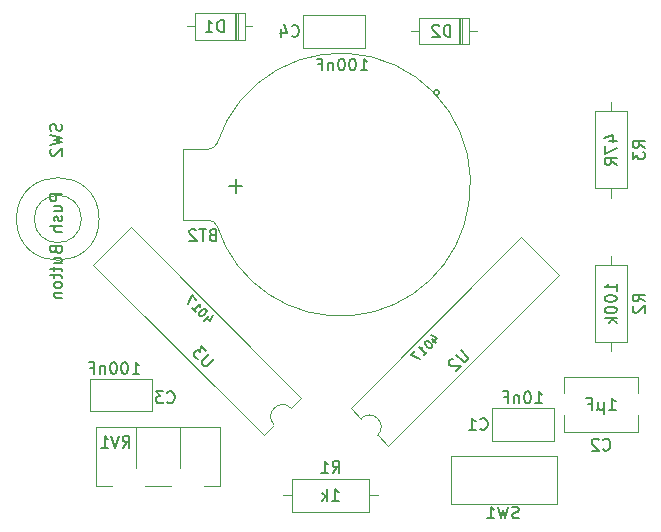
<source format=gbr>
%TF.GenerationSoftware,KiCad,Pcbnew,8.0.6*%
%TF.CreationDate,2024-11-17T17:26:00+01:00*%
%TF.ProjectId,Heart_NE555_THT,48656172-745f-44e4-9535-35355f544854,rev?*%
%TF.SameCoordinates,Original*%
%TF.FileFunction,Legend,Bot*%
%TF.FilePolarity,Positive*%
%FSLAX46Y46*%
G04 Gerber Fmt 4.6, Leading zero omitted, Abs format (unit mm)*
G04 Created by KiCad (PCBNEW 8.0.6) date 2024-11-17 17:26:00*
%MOMM*%
%LPD*%
G01*
G04 APERTURE LIST*
%ADD10C,0.200000*%
%ADD11C,0.150000*%
%ADD12C,0.120000*%
G04 APERTURE END LIST*
D10*
X134188607Y-70400000D02*
G75*
G02*
X133741393Y-70400000I-223607J0D01*
G01*
X133741393Y-70400000D02*
G75*
G02*
X134188607Y-70400000I223607J0D01*
G01*
D11*
X121691666Y-65584580D02*
X121739285Y-65632200D01*
X121739285Y-65632200D02*
X121882142Y-65679819D01*
X121882142Y-65679819D02*
X121977380Y-65679819D01*
X121977380Y-65679819D02*
X122120237Y-65632200D01*
X122120237Y-65632200D02*
X122215475Y-65536961D01*
X122215475Y-65536961D02*
X122263094Y-65441723D01*
X122263094Y-65441723D02*
X122310713Y-65251247D01*
X122310713Y-65251247D02*
X122310713Y-65108390D01*
X122310713Y-65108390D02*
X122263094Y-64917914D01*
X122263094Y-64917914D02*
X122215475Y-64822676D01*
X122215475Y-64822676D02*
X122120237Y-64727438D01*
X122120237Y-64727438D02*
X121977380Y-64679819D01*
X121977380Y-64679819D02*
X121882142Y-64679819D01*
X121882142Y-64679819D02*
X121739285Y-64727438D01*
X121739285Y-64727438D02*
X121691666Y-64775057D01*
X120834523Y-65013152D02*
X120834523Y-65679819D01*
X121072618Y-64632200D02*
X121310713Y-65346485D01*
X121310713Y-65346485D02*
X120691666Y-65346485D01*
X127531619Y-68526819D02*
X128103047Y-68526819D01*
X127817333Y-68526819D02*
X127817333Y-67526819D01*
X127817333Y-67526819D02*
X127912571Y-67669676D01*
X127912571Y-67669676D02*
X128007809Y-67764914D01*
X128007809Y-67764914D02*
X128103047Y-67812533D01*
X126912571Y-67526819D02*
X126817333Y-67526819D01*
X126817333Y-67526819D02*
X126722095Y-67574438D01*
X126722095Y-67574438D02*
X126674476Y-67622057D01*
X126674476Y-67622057D02*
X126626857Y-67717295D01*
X126626857Y-67717295D02*
X126579238Y-67907771D01*
X126579238Y-67907771D02*
X126579238Y-68145866D01*
X126579238Y-68145866D02*
X126626857Y-68336342D01*
X126626857Y-68336342D02*
X126674476Y-68431580D01*
X126674476Y-68431580D02*
X126722095Y-68479200D01*
X126722095Y-68479200D02*
X126817333Y-68526819D01*
X126817333Y-68526819D02*
X126912571Y-68526819D01*
X126912571Y-68526819D02*
X127007809Y-68479200D01*
X127007809Y-68479200D02*
X127055428Y-68431580D01*
X127055428Y-68431580D02*
X127103047Y-68336342D01*
X127103047Y-68336342D02*
X127150666Y-68145866D01*
X127150666Y-68145866D02*
X127150666Y-67907771D01*
X127150666Y-67907771D02*
X127103047Y-67717295D01*
X127103047Y-67717295D02*
X127055428Y-67622057D01*
X127055428Y-67622057D02*
X127007809Y-67574438D01*
X127007809Y-67574438D02*
X126912571Y-67526819D01*
X125960190Y-67526819D02*
X125864952Y-67526819D01*
X125864952Y-67526819D02*
X125769714Y-67574438D01*
X125769714Y-67574438D02*
X125722095Y-67622057D01*
X125722095Y-67622057D02*
X125674476Y-67717295D01*
X125674476Y-67717295D02*
X125626857Y-67907771D01*
X125626857Y-67907771D02*
X125626857Y-68145866D01*
X125626857Y-68145866D02*
X125674476Y-68336342D01*
X125674476Y-68336342D02*
X125722095Y-68431580D01*
X125722095Y-68431580D02*
X125769714Y-68479200D01*
X125769714Y-68479200D02*
X125864952Y-68526819D01*
X125864952Y-68526819D02*
X125960190Y-68526819D01*
X125960190Y-68526819D02*
X126055428Y-68479200D01*
X126055428Y-68479200D02*
X126103047Y-68431580D01*
X126103047Y-68431580D02*
X126150666Y-68336342D01*
X126150666Y-68336342D02*
X126198285Y-68145866D01*
X126198285Y-68145866D02*
X126198285Y-67907771D01*
X126198285Y-67907771D02*
X126150666Y-67717295D01*
X126150666Y-67717295D02*
X126103047Y-67622057D01*
X126103047Y-67622057D02*
X126055428Y-67574438D01*
X126055428Y-67574438D02*
X125960190Y-67526819D01*
X125198285Y-67860152D02*
X125198285Y-68526819D01*
X125198285Y-67955390D02*
X125150666Y-67907771D01*
X125150666Y-67907771D02*
X125055428Y-67860152D01*
X125055428Y-67860152D02*
X124912571Y-67860152D01*
X124912571Y-67860152D02*
X124817333Y-67907771D01*
X124817333Y-67907771D02*
X124769714Y-68003009D01*
X124769714Y-68003009D02*
X124769714Y-68526819D01*
X123960190Y-68003009D02*
X124293523Y-68003009D01*
X124293523Y-68526819D02*
X124293523Y-67526819D01*
X124293523Y-67526819D02*
X123817333Y-67526819D01*
X151574819Y-88083333D02*
X151098628Y-87750000D01*
X151574819Y-87511905D02*
X150574819Y-87511905D01*
X150574819Y-87511905D02*
X150574819Y-87892857D01*
X150574819Y-87892857D02*
X150622438Y-87988095D01*
X150622438Y-87988095D02*
X150670057Y-88035714D01*
X150670057Y-88035714D02*
X150765295Y-88083333D01*
X150765295Y-88083333D02*
X150908152Y-88083333D01*
X150908152Y-88083333D02*
X151003390Y-88035714D01*
X151003390Y-88035714D02*
X151051009Y-87988095D01*
X151051009Y-87988095D02*
X151098628Y-87892857D01*
X151098628Y-87892857D02*
X151098628Y-87511905D01*
X150670057Y-88464286D02*
X150622438Y-88511905D01*
X150622438Y-88511905D02*
X150574819Y-88607143D01*
X150574819Y-88607143D02*
X150574819Y-88845238D01*
X150574819Y-88845238D02*
X150622438Y-88940476D01*
X150622438Y-88940476D02*
X150670057Y-88988095D01*
X150670057Y-88988095D02*
X150765295Y-89035714D01*
X150765295Y-89035714D02*
X150860533Y-89035714D01*
X150860533Y-89035714D02*
X151003390Y-88988095D01*
X151003390Y-88988095D02*
X151574819Y-88416667D01*
X151574819Y-88416667D02*
X151574819Y-89035714D01*
X149204819Y-87178571D02*
X149204819Y-86607143D01*
X149204819Y-86892857D02*
X148204819Y-86892857D01*
X148204819Y-86892857D02*
X148347676Y-86797619D01*
X148347676Y-86797619D02*
X148442914Y-86702381D01*
X148442914Y-86702381D02*
X148490533Y-86607143D01*
X148204819Y-87797619D02*
X148204819Y-87892857D01*
X148204819Y-87892857D02*
X148252438Y-87988095D01*
X148252438Y-87988095D02*
X148300057Y-88035714D01*
X148300057Y-88035714D02*
X148395295Y-88083333D01*
X148395295Y-88083333D02*
X148585771Y-88130952D01*
X148585771Y-88130952D02*
X148823866Y-88130952D01*
X148823866Y-88130952D02*
X149014342Y-88083333D01*
X149014342Y-88083333D02*
X149109580Y-88035714D01*
X149109580Y-88035714D02*
X149157200Y-87988095D01*
X149157200Y-87988095D02*
X149204819Y-87892857D01*
X149204819Y-87892857D02*
X149204819Y-87797619D01*
X149204819Y-87797619D02*
X149157200Y-87702381D01*
X149157200Y-87702381D02*
X149109580Y-87654762D01*
X149109580Y-87654762D02*
X149014342Y-87607143D01*
X149014342Y-87607143D02*
X148823866Y-87559524D01*
X148823866Y-87559524D02*
X148585771Y-87559524D01*
X148585771Y-87559524D02*
X148395295Y-87607143D01*
X148395295Y-87607143D02*
X148300057Y-87654762D01*
X148300057Y-87654762D02*
X148252438Y-87702381D01*
X148252438Y-87702381D02*
X148204819Y-87797619D01*
X148204819Y-88750000D02*
X148204819Y-88845238D01*
X148204819Y-88845238D02*
X148252438Y-88940476D01*
X148252438Y-88940476D02*
X148300057Y-88988095D01*
X148300057Y-88988095D02*
X148395295Y-89035714D01*
X148395295Y-89035714D02*
X148585771Y-89083333D01*
X148585771Y-89083333D02*
X148823866Y-89083333D01*
X148823866Y-89083333D02*
X149014342Y-89035714D01*
X149014342Y-89035714D02*
X149109580Y-88988095D01*
X149109580Y-88988095D02*
X149157200Y-88940476D01*
X149157200Y-88940476D02*
X149204819Y-88845238D01*
X149204819Y-88845238D02*
X149204819Y-88750000D01*
X149204819Y-88750000D02*
X149157200Y-88654762D01*
X149157200Y-88654762D02*
X149109580Y-88607143D01*
X149109580Y-88607143D02*
X149014342Y-88559524D01*
X149014342Y-88559524D02*
X148823866Y-88511905D01*
X148823866Y-88511905D02*
X148585771Y-88511905D01*
X148585771Y-88511905D02*
X148395295Y-88559524D01*
X148395295Y-88559524D02*
X148300057Y-88607143D01*
X148300057Y-88607143D02*
X148252438Y-88654762D01*
X148252438Y-88654762D02*
X148204819Y-88750000D01*
X149204819Y-89511905D02*
X148204819Y-89511905D01*
X148823866Y-89607143D02*
X149204819Y-89892857D01*
X148538152Y-89892857D02*
X148919104Y-89511905D01*
X151574819Y-75083333D02*
X151098628Y-74750000D01*
X151574819Y-74511905D02*
X150574819Y-74511905D01*
X150574819Y-74511905D02*
X150574819Y-74892857D01*
X150574819Y-74892857D02*
X150622438Y-74988095D01*
X150622438Y-74988095D02*
X150670057Y-75035714D01*
X150670057Y-75035714D02*
X150765295Y-75083333D01*
X150765295Y-75083333D02*
X150908152Y-75083333D01*
X150908152Y-75083333D02*
X151003390Y-75035714D01*
X151003390Y-75035714D02*
X151051009Y-74988095D01*
X151051009Y-74988095D02*
X151098628Y-74892857D01*
X151098628Y-74892857D02*
X151098628Y-74511905D01*
X150574819Y-75416667D02*
X150574819Y-76035714D01*
X150574819Y-76035714D02*
X150955771Y-75702381D01*
X150955771Y-75702381D02*
X150955771Y-75845238D01*
X150955771Y-75845238D02*
X151003390Y-75940476D01*
X151003390Y-75940476D02*
X151051009Y-75988095D01*
X151051009Y-75988095D02*
X151146247Y-76035714D01*
X151146247Y-76035714D02*
X151384342Y-76035714D01*
X151384342Y-76035714D02*
X151479580Y-75988095D01*
X151479580Y-75988095D02*
X151527200Y-75940476D01*
X151527200Y-75940476D02*
X151574819Y-75845238D01*
X151574819Y-75845238D02*
X151574819Y-75559524D01*
X151574819Y-75559524D02*
X151527200Y-75464286D01*
X151527200Y-75464286D02*
X151479580Y-75416667D01*
X148538152Y-74464285D02*
X149204819Y-74464285D01*
X148157200Y-74226190D02*
X148871485Y-73988095D01*
X148871485Y-73988095D02*
X148871485Y-74607142D01*
X148204819Y-74892857D02*
X148204819Y-75559523D01*
X148204819Y-75559523D02*
X149204819Y-75130952D01*
X149204819Y-76511904D02*
X148728628Y-76178571D01*
X149204819Y-75940476D02*
X148204819Y-75940476D01*
X148204819Y-75940476D02*
X148204819Y-76321428D01*
X148204819Y-76321428D02*
X148252438Y-76416666D01*
X148252438Y-76416666D02*
X148300057Y-76464285D01*
X148300057Y-76464285D02*
X148395295Y-76511904D01*
X148395295Y-76511904D02*
X148538152Y-76511904D01*
X148538152Y-76511904D02*
X148633390Y-76464285D01*
X148633390Y-76464285D02*
X148681009Y-76416666D01*
X148681009Y-76416666D02*
X148728628Y-76321428D01*
X148728628Y-76321428D02*
X148728628Y-75940476D01*
X102207200Y-73066667D02*
X102254819Y-73209524D01*
X102254819Y-73209524D02*
X102254819Y-73447619D01*
X102254819Y-73447619D02*
X102207200Y-73542857D01*
X102207200Y-73542857D02*
X102159580Y-73590476D01*
X102159580Y-73590476D02*
X102064342Y-73638095D01*
X102064342Y-73638095D02*
X101969104Y-73638095D01*
X101969104Y-73638095D02*
X101873866Y-73590476D01*
X101873866Y-73590476D02*
X101826247Y-73542857D01*
X101826247Y-73542857D02*
X101778628Y-73447619D01*
X101778628Y-73447619D02*
X101731009Y-73257143D01*
X101731009Y-73257143D02*
X101683390Y-73161905D01*
X101683390Y-73161905D02*
X101635771Y-73114286D01*
X101635771Y-73114286D02*
X101540533Y-73066667D01*
X101540533Y-73066667D02*
X101445295Y-73066667D01*
X101445295Y-73066667D02*
X101350057Y-73114286D01*
X101350057Y-73114286D02*
X101302438Y-73161905D01*
X101302438Y-73161905D02*
X101254819Y-73257143D01*
X101254819Y-73257143D02*
X101254819Y-73495238D01*
X101254819Y-73495238D02*
X101302438Y-73638095D01*
X101254819Y-73971429D02*
X102254819Y-74209524D01*
X102254819Y-74209524D02*
X101540533Y-74400000D01*
X101540533Y-74400000D02*
X102254819Y-74590476D01*
X102254819Y-74590476D02*
X101254819Y-74828572D01*
X101350057Y-75161905D02*
X101302438Y-75209524D01*
X101302438Y-75209524D02*
X101254819Y-75304762D01*
X101254819Y-75304762D02*
X101254819Y-75542857D01*
X101254819Y-75542857D02*
X101302438Y-75638095D01*
X101302438Y-75638095D02*
X101350057Y-75685714D01*
X101350057Y-75685714D02*
X101445295Y-75733333D01*
X101445295Y-75733333D02*
X101540533Y-75733333D01*
X101540533Y-75733333D02*
X101683390Y-75685714D01*
X101683390Y-75685714D02*
X102254819Y-75114286D01*
X102254819Y-75114286D02*
X102254819Y-75733333D01*
X102254819Y-79019047D02*
X101254819Y-79019047D01*
X101254819Y-79019047D02*
X101254819Y-79399999D01*
X101254819Y-79399999D02*
X101302438Y-79495237D01*
X101302438Y-79495237D02*
X101350057Y-79542856D01*
X101350057Y-79542856D02*
X101445295Y-79590475D01*
X101445295Y-79590475D02*
X101588152Y-79590475D01*
X101588152Y-79590475D02*
X101683390Y-79542856D01*
X101683390Y-79542856D02*
X101731009Y-79495237D01*
X101731009Y-79495237D02*
X101778628Y-79399999D01*
X101778628Y-79399999D02*
X101778628Y-79019047D01*
X101588152Y-80447618D02*
X102254819Y-80447618D01*
X101588152Y-80019047D02*
X102111961Y-80019047D01*
X102111961Y-80019047D02*
X102207200Y-80066666D01*
X102207200Y-80066666D02*
X102254819Y-80161904D01*
X102254819Y-80161904D02*
X102254819Y-80304761D01*
X102254819Y-80304761D02*
X102207200Y-80399999D01*
X102207200Y-80399999D02*
X102159580Y-80447618D01*
X102207200Y-80876190D02*
X102254819Y-80971428D01*
X102254819Y-80971428D02*
X102254819Y-81161904D01*
X102254819Y-81161904D02*
X102207200Y-81257142D01*
X102207200Y-81257142D02*
X102111961Y-81304761D01*
X102111961Y-81304761D02*
X102064342Y-81304761D01*
X102064342Y-81304761D02*
X101969104Y-81257142D01*
X101969104Y-81257142D02*
X101921485Y-81161904D01*
X101921485Y-81161904D02*
X101921485Y-81019047D01*
X101921485Y-81019047D02*
X101873866Y-80923809D01*
X101873866Y-80923809D02*
X101778628Y-80876190D01*
X101778628Y-80876190D02*
X101731009Y-80876190D01*
X101731009Y-80876190D02*
X101635771Y-80923809D01*
X101635771Y-80923809D02*
X101588152Y-81019047D01*
X101588152Y-81019047D02*
X101588152Y-81161904D01*
X101588152Y-81161904D02*
X101635771Y-81257142D01*
X102254819Y-81733333D02*
X101254819Y-81733333D01*
X102254819Y-82161904D02*
X101731009Y-82161904D01*
X101731009Y-82161904D02*
X101635771Y-82114285D01*
X101635771Y-82114285D02*
X101588152Y-82019047D01*
X101588152Y-82019047D02*
X101588152Y-81876190D01*
X101588152Y-81876190D02*
X101635771Y-81780952D01*
X101635771Y-81780952D02*
X101683390Y-81733333D01*
X101731009Y-83733333D02*
X101778628Y-83876190D01*
X101778628Y-83876190D02*
X101826247Y-83923809D01*
X101826247Y-83923809D02*
X101921485Y-83971428D01*
X101921485Y-83971428D02*
X102064342Y-83971428D01*
X102064342Y-83971428D02*
X102159580Y-83923809D01*
X102159580Y-83923809D02*
X102207200Y-83876190D01*
X102207200Y-83876190D02*
X102254819Y-83780952D01*
X102254819Y-83780952D02*
X102254819Y-83400000D01*
X102254819Y-83400000D02*
X101254819Y-83400000D01*
X101254819Y-83400000D02*
X101254819Y-83733333D01*
X101254819Y-83733333D02*
X101302438Y-83828571D01*
X101302438Y-83828571D02*
X101350057Y-83876190D01*
X101350057Y-83876190D02*
X101445295Y-83923809D01*
X101445295Y-83923809D02*
X101540533Y-83923809D01*
X101540533Y-83923809D02*
X101635771Y-83876190D01*
X101635771Y-83876190D02*
X101683390Y-83828571D01*
X101683390Y-83828571D02*
X101731009Y-83733333D01*
X101731009Y-83733333D02*
X101731009Y-83400000D01*
X101588152Y-84828571D02*
X102254819Y-84828571D01*
X101588152Y-84400000D02*
X102111961Y-84400000D01*
X102111961Y-84400000D02*
X102207200Y-84447619D01*
X102207200Y-84447619D02*
X102254819Y-84542857D01*
X102254819Y-84542857D02*
X102254819Y-84685714D01*
X102254819Y-84685714D02*
X102207200Y-84780952D01*
X102207200Y-84780952D02*
X102159580Y-84828571D01*
X101588152Y-85161905D02*
X101588152Y-85542857D01*
X101254819Y-85304762D02*
X102111961Y-85304762D01*
X102111961Y-85304762D02*
X102207200Y-85352381D01*
X102207200Y-85352381D02*
X102254819Y-85447619D01*
X102254819Y-85447619D02*
X102254819Y-85542857D01*
X101588152Y-85733334D02*
X101588152Y-86114286D01*
X101254819Y-85876191D02*
X102111961Y-85876191D01*
X102111961Y-85876191D02*
X102207200Y-85923810D01*
X102207200Y-85923810D02*
X102254819Y-86019048D01*
X102254819Y-86019048D02*
X102254819Y-86114286D01*
X102254819Y-86590477D02*
X102207200Y-86495239D01*
X102207200Y-86495239D02*
X102159580Y-86447620D01*
X102159580Y-86447620D02*
X102064342Y-86400001D01*
X102064342Y-86400001D02*
X101778628Y-86400001D01*
X101778628Y-86400001D02*
X101683390Y-86447620D01*
X101683390Y-86447620D02*
X101635771Y-86495239D01*
X101635771Y-86495239D02*
X101588152Y-86590477D01*
X101588152Y-86590477D02*
X101588152Y-86733334D01*
X101588152Y-86733334D02*
X101635771Y-86828572D01*
X101635771Y-86828572D02*
X101683390Y-86876191D01*
X101683390Y-86876191D02*
X101778628Y-86923810D01*
X101778628Y-86923810D02*
X102064342Y-86923810D01*
X102064342Y-86923810D02*
X102159580Y-86876191D01*
X102159580Y-86876191D02*
X102207200Y-86828572D01*
X102207200Y-86828572D02*
X102254819Y-86733334D01*
X102254819Y-86733334D02*
X102254819Y-86590477D01*
X101588152Y-87352382D02*
X102254819Y-87352382D01*
X101683390Y-87352382D02*
X101635771Y-87400001D01*
X101635771Y-87400001D02*
X101588152Y-87495239D01*
X101588152Y-87495239D02*
X101588152Y-87638096D01*
X101588152Y-87638096D02*
X101635771Y-87733334D01*
X101635771Y-87733334D02*
X101731009Y-87780953D01*
X101731009Y-87780953D02*
X102254819Y-87780953D01*
X136003246Y-92175750D02*
X136575666Y-92748170D01*
X136575666Y-92748170D02*
X136609338Y-92849185D01*
X136609338Y-92849185D02*
X136609338Y-92916529D01*
X136609338Y-92916529D02*
X136575666Y-93017544D01*
X136575666Y-93017544D02*
X136440979Y-93152231D01*
X136440979Y-93152231D02*
X136339964Y-93185903D01*
X136339964Y-93185903D02*
X136272620Y-93185903D01*
X136272620Y-93185903D02*
X136171605Y-93152231D01*
X136171605Y-93152231D02*
X135599185Y-92579811D01*
X135363483Y-92950201D02*
X135296140Y-92950201D01*
X135296140Y-92950201D02*
X135195124Y-92983872D01*
X135195124Y-92983872D02*
X135026766Y-93152231D01*
X135026766Y-93152231D02*
X134993094Y-93253246D01*
X134993094Y-93253246D02*
X134993094Y-93320590D01*
X134993094Y-93320590D02*
X135026766Y-93421605D01*
X135026766Y-93421605D02*
X135094109Y-93488949D01*
X135094109Y-93488949D02*
X135228796Y-93556292D01*
X135228796Y-93556292D02*
X136036918Y-93556292D01*
X136036918Y-93556292D02*
X135599185Y-93994025D01*
X133592871Y-91229672D02*
X133946424Y-91583225D01*
X133517110Y-90901372D02*
X134022186Y-91153910D01*
X134022186Y-91153910D02*
X133693886Y-91482210D01*
X133037287Y-91431703D02*
X132986779Y-91482210D01*
X132986779Y-91482210D02*
X132961525Y-91557972D01*
X132961525Y-91557972D02*
X132961525Y-91608479D01*
X132961525Y-91608479D02*
X132986779Y-91684241D01*
X132986779Y-91684241D02*
X133062541Y-91810510D01*
X133062541Y-91810510D02*
X133188810Y-91936779D01*
X133188810Y-91936779D02*
X133315079Y-92012540D01*
X133315079Y-92012540D02*
X133390840Y-92037794D01*
X133390840Y-92037794D02*
X133441348Y-92037794D01*
X133441348Y-92037794D02*
X133517109Y-92012540D01*
X133517109Y-92012540D02*
X133567617Y-91962033D01*
X133567617Y-91962033D02*
X133592871Y-91886271D01*
X133592871Y-91886271D02*
X133592871Y-91835764D01*
X133592871Y-91835764D02*
X133567617Y-91760002D01*
X133567617Y-91760002D02*
X133491856Y-91633733D01*
X133491856Y-91633733D02*
X133365587Y-91507464D01*
X133365587Y-91507464D02*
X133239317Y-91431703D01*
X133239317Y-91431703D02*
X133163556Y-91406449D01*
X133163556Y-91406449D02*
X133113048Y-91406449D01*
X133113048Y-91406449D02*
X133037287Y-91431703D01*
X132885764Y-92643886D02*
X133188810Y-92340840D01*
X133037287Y-92492363D02*
X132506957Y-91962033D01*
X132506957Y-91962033D02*
X132633226Y-91987287D01*
X132633226Y-91987287D02*
X132734241Y-91987287D01*
X132734241Y-91987287D02*
X132810002Y-91962033D01*
X132178657Y-92290333D02*
X131825103Y-92643886D01*
X131825103Y-92643886D02*
X132582718Y-92946932D01*
X115124249Y-92953246D02*
X114551829Y-93525666D01*
X114551829Y-93525666D02*
X114450814Y-93559338D01*
X114450814Y-93559338D02*
X114383470Y-93559338D01*
X114383470Y-93559338D02*
X114282455Y-93525666D01*
X114282455Y-93525666D02*
X114147768Y-93390979D01*
X114147768Y-93390979D02*
X114114096Y-93289964D01*
X114114096Y-93289964D02*
X114114096Y-93222620D01*
X114114096Y-93222620D02*
X114147768Y-93121605D01*
X114147768Y-93121605D02*
X114720188Y-92549185D01*
X114450814Y-92279811D02*
X114013081Y-91842079D01*
X114013081Y-91842079D02*
X113979409Y-92347155D01*
X113979409Y-92347155D02*
X113878394Y-92246140D01*
X113878394Y-92246140D02*
X113777379Y-92212468D01*
X113777379Y-92212468D02*
X113710035Y-92212468D01*
X113710035Y-92212468D02*
X113609020Y-92246140D01*
X113609020Y-92246140D02*
X113440661Y-92414498D01*
X113440661Y-92414498D02*
X113406989Y-92515514D01*
X113406989Y-92515514D02*
X113406989Y-92582857D01*
X113406989Y-92582857D02*
X113440661Y-92683872D01*
X113440661Y-92683872D02*
X113642692Y-92885903D01*
X113642692Y-92885903D02*
X113743707Y-92919575D01*
X113743707Y-92919575D02*
X113811050Y-92919575D01*
X114670327Y-89342871D02*
X114316774Y-89696424D01*
X114998627Y-89267110D02*
X114746089Y-89772186D01*
X114746089Y-89772186D02*
X114417789Y-89443886D01*
X114468296Y-88787287D02*
X114417789Y-88736779D01*
X114417789Y-88736779D02*
X114342027Y-88711525D01*
X114342027Y-88711525D02*
X114291520Y-88711525D01*
X114291520Y-88711525D02*
X114215758Y-88736779D01*
X114215758Y-88736779D02*
X114089489Y-88812541D01*
X114089489Y-88812541D02*
X113963220Y-88938810D01*
X113963220Y-88938810D02*
X113887459Y-89065079D01*
X113887459Y-89065079D02*
X113862205Y-89140840D01*
X113862205Y-89140840D02*
X113862205Y-89191348D01*
X113862205Y-89191348D02*
X113887459Y-89267109D01*
X113887459Y-89267109D02*
X113937966Y-89317617D01*
X113937966Y-89317617D02*
X114013728Y-89342871D01*
X114013728Y-89342871D02*
X114064235Y-89342871D01*
X114064235Y-89342871D02*
X114139997Y-89317617D01*
X114139997Y-89317617D02*
X114266266Y-89241856D01*
X114266266Y-89241856D02*
X114392535Y-89115587D01*
X114392535Y-89115587D02*
X114468296Y-88989317D01*
X114468296Y-88989317D02*
X114493550Y-88913556D01*
X114493550Y-88913556D02*
X114493550Y-88863048D01*
X114493550Y-88863048D02*
X114468296Y-88787287D01*
X113256113Y-88635764D02*
X113559159Y-88938810D01*
X113407636Y-88787287D02*
X113937966Y-88256957D01*
X113937966Y-88256957D02*
X113912712Y-88383226D01*
X113912712Y-88383226D02*
X113912712Y-88484241D01*
X113912712Y-88484241D02*
X113937966Y-88560002D01*
X113609666Y-87928657D02*
X113256113Y-87575103D01*
X113256113Y-87575103D02*
X112953067Y-88332718D01*
X125166666Y-102584819D02*
X125499999Y-102108628D01*
X125738094Y-102584819D02*
X125738094Y-101584819D01*
X125738094Y-101584819D02*
X125357142Y-101584819D01*
X125357142Y-101584819D02*
X125261904Y-101632438D01*
X125261904Y-101632438D02*
X125214285Y-101680057D01*
X125214285Y-101680057D02*
X125166666Y-101775295D01*
X125166666Y-101775295D02*
X125166666Y-101918152D01*
X125166666Y-101918152D02*
X125214285Y-102013390D01*
X125214285Y-102013390D02*
X125261904Y-102061009D01*
X125261904Y-102061009D02*
X125357142Y-102108628D01*
X125357142Y-102108628D02*
X125738094Y-102108628D01*
X124214285Y-102584819D02*
X124785713Y-102584819D01*
X124499999Y-102584819D02*
X124499999Y-101584819D01*
X124499999Y-101584819D02*
X124595237Y-101727676D01*
X124595237Y-101727676D02*
X124690475Y-101822914D01*
X124690475Y-101822914D02*
X124785713Y-101870533D01*
X125119047Y-104954819D02*
X125690475Y-104954819D01*
X125404761Y-104954819D02*
X125404761Y-103954819D01*
X125404761Y-103954819D02*
X125499999Y-104097676D01*
X125499999Y-104097676D02*
X125595237Y-104192914D01*
X125595237Y-104192914D02*
X125690475Y-104240533D01*
X124690475Y-104954819D02*
X124690475Y-103954819D01*
X124595237Y-104573866D02*
X124309523Y-104954819D01*
X124309523Y-104288152D02*
X124690475Y-104669104D01*
X111166666Y-96609580D02*
X111214285Y-96657200D01*
X111214285Y-96657200D02*
X111357142Y-96704819D01*
X111357142Y-96704819D02*
X111452380Y-96704819D01*
X111452380Y-96704819D02*
X111595237Y-96657200D01*
X111595237Y-96657200D02*
X111690475Y-96561961D01*
X111690475Y-96561961D02*
X111738094Y-96466723D01*
X111738094Y-96466723D02*
X111785713Y-96276247D01*
X111785713Y-96276247D02*
X111785713Y-96133390D01*
X111785713Y-96133390D02*
X111738094Y-95942914D01*
X111738094Y-95942914D02*
X111690475Y-95847676D01*
X111690475Y-95847676D02*
X111595237Y-95752438D01*
X111595237Y-95752438D02*
X111452380Y-95704819D01*
X111452380Y-95704819D02*
X111357142Y-95704819D01*
X111357142Y-95704819D02*
X111214285Y-95752438D01*
X111214285Y-95752438D02*
X111166666Y-95800057D01*
X110833332Y-95704819D02*
X110214285Y-95704819D01*
X110214285Y-95704819D02*
X110547618Y-96085771D01*
X110547618Y-96085771D02*
X110404761Y-96085771D01*
X110404761Y-96085771D02*
X110309523Y-96133390D01*
X110309523Y-96133390D02*
X110261904Y-96181009D01*
X110261904Y-96181009D02*
X110214285Y-96276247D01*
X110214285Y-96276247D02*
X110214285Y-96514342D01*
X110214285Y-96514342D02*
X110261904Y-96609580D01*
X110261904Y-96609580D02*
X110309523Y-96657200D01*
X110309523Y-96657200D02*
X110404761Y-96704819D01*
X110404761Y-96704819D02*
X110690475Y-96704819D01*
X110690475Y-96704819D02*
X110785713Y-96657200D01*
X110785713Y-96657200D02*
X110833332Y-96609580D01*
X108227619Y-94204819D02*
X108799047Y-94204819D01*
X108513333Y-94204819D02*
X108513333Y-93204819D01*
X108513333Y-93204819D02*
X108608571Y-93347676D01*
X108608571Y-93347676D02*
X108703809Y-93442914D01*
X108703809Y-93442914D02*
X108799047Y-93490533D01*
X107608571Y-93204819D02*
X107513333Y-93204819D01*
X107513333Y-93204819D02*
X107418095Y-93252438D01*
X107418095Y-93252438D02*
X107370476Y-93300057D01*
X107370476Y-93300057D02*
X107322857Y-93395295D01*
X107322857Y-93395295D02*
X107275238Y-93585771D01*
X107275238Y-93585771D02*
X107275238Y-93823866D01*
X107275238Y-93823866D02*
X107322857Y-94014342D01*
X107322857Y-94014342D02*
X107370476Y-94109580D01*
X107370476Y-94109580D02*
X107418095Y-94157200D01*
X107418095Y-94157200D02*
X107513333Y-94204819D01*
X107513333Y-94204819D02*
X107608571Y-94204819D01*
X107608571Y-94204819D02*
X107703809Y-94157200D01*
X107703809Y-94157200D02*
X107751428Y-94109580D01*
X107751428Y-94109580D02*
X107799047Y-94014342D01*
X107799047Y-94014342D02*
X107846666Y-93823866D01*
X107846666Y-93823866D02*
X107846666Y-93585771D01*
X107846666Y-93585771D02*
X107799047Y-93395295D01*
X107799047Y-93395295D02*
X107751428Y-93300057D01*
X107751428Y-93300057D02*
X107703809Y-93252438D01*
X107703809Y-93252438D02*
X107608571Y-93204819D01*
X106656190Y-93204819D02*
X106560952Y-93204819D01*
X106560952Y-93204819D02*
X106465714Y-93252438D01*
X106465714Y-93252438D02*
X106418095Y-93300057D01*
X106418095Y-93300057D02*
X106370476Y-93395295D01*
X106370476Y-93395295D02*
X106322857Y-93585771D01*
X106322857Y-93585771D02*
X106322857Y-93823866D01*
X106322857Y-93823866D02*
X106370476Y-94014342D01*
X106370476Y-94014342D02*
X106418095Y-94109580D01*
X106418095Y-94109580D02*
X106465714Y-94157200D01*
X106465714Y-94157200D02*
X106560952Y-94204819D01*
X106560952Y-94204819D02*
X106656190Y-94204819D01*
X106656190Y-94204819D02*
X106751428Y-94157200D01*
X106751428Y-94157200D02*
X106799047Y-94109580D01*
X106799047Y-94109580D02*
X106846666Y-94014342D01*
X106846666Y-94014342D02*
X106894285Y-93823866D01*
X106894285Y-93823866D02*
X106894285Y-93585771D01*
X106894285Y-93585771D02*
X106846666Y-93395295D01*
X106846666Y-93395295D02*
X106799047Y-93300057D01*
X106799047Y-93300057D02*
X106751428Y-93252438D01*
X106751428Y-93252438D02*
X106656190Y-93204819D01*
X105894285Y-93538152D02*
X105894285Y-94204819D01*
X105894285Y-93633390D02*
X105846666Y-93585771D01*
X105846666Y-93585771D02*
X105751428Y-93538152D01*
X105751428Y-93538152D02*
X105608571Y-93538152D01*
X105608571Y-93538152D02*
X105513333Y-93585771D01*
X105513333Y-93585771D02*
X105465714Y-93681009D01*
X105465714Y-93681009D02*
X105465714Y-94204819D01*
X104656190Y-93681009D02*
X104989523Y-93681009D01*
X104989523Y-94204819D02*
X104989523Y-93204819D01*
X104989523Y-93204819D02*
X104513333Y-93204819D01*
X107395238Y-100454819D02*
X107728571Y-99978628D01*
X107966666Y-100454819D02*
X107966666Y-99454819D01*
X107966666Y-99454819D02*
X107585714Y-99454819D01*
X107585714Y-99454819D02*
X107490476Y-99502438D01*
X107490476Y-99502438D02*
X107442857Y-99550057D01*
X107442857Y-99550057D02*
X107395238Y-99645295D01*
X107395238Y-99645295D02*
X107395238Y-99788152D01*
X107395238Y-99788152D02*
X107442857Y-99883390D01*
X107442857Y-99883390D02*
X107490476Y-99931009D01*
X107490476Y-99931009D02*
X107585714Y-99978628D01*
X107585714Y-99978628D02*
X107966666Y-99978628D01*
X107109523Y-99454819D02*
X106776190Y-100454819D01*
X106776190Y-100454819D02*
X106442857Y-99454819D01*
X105585714Y-100454819D02*
X106157142Y-100454819D01*
X105871428Y-100454819D02*
X105871428Y-99454819D01*
X105871428Y-99454819D02*
X105966666Y-99597676D01*
X105966666Y-99597676D02*
X106061904Y-99692914D01*
X106061904Y-99692914D02*
X106157142Y-99740533D01*
X115938094Y-65254819D02*
X115938094Y-64254819D01*
X115938094Y-64254819D02*
X115699999Y-64254819D01*
X115699999Y-64254819D02*
X115557142Y-64302438D01*
X115557142Y-64302438D02*
X115461904Y-64397676D01*
X115461904Y-64397676D02*
X115414285Y-64492914D01*
X115414285Y-64492914D02*
X115366666Y-64683390D01*
X115366666Y-64683390D02*
X115366666Y-64826247D01*
X115366666Y-64826247D02*
X115414285Y-65016723D01*
X115414285Y-65016723D02*
X115461904Y-65111961D01*
X115461904Y-65111961D02*
X115557142Y-65207200D01*
X115557142Y-65207200D02*
X115699999Y-65254819D01*
X115699999Y-65254819D02*
X115938094Y-65254819D01*
X114414285Y-65254819D02*
X114985713Y-65254819D01*
X114699999Y-65254819D02*
X114699999Y-64254819D01*
X114699999Y-64254819D02*
X114795237Y-64397676D01*
X114795237Y-64397676D02*
X114890475Y-64492914D01*
X114890475Y-64492914D02*
X114985713Y-64540533D01*
X135138094Y-65654819D02*
X135138094Y-64654819D01*
X135138094Y-64654819D02*
X134899999Y-64654819D01*
X134899999Y-64654819D02*
X134757142Y-64702438D01*
X134757142Y-64702438D02*
X134661904Y-64797676D01*
X134661904Y-64797676D02*
X134614285Y-64892914D01*
X134614285Y-64892914D02*
X134566666Y-65083390D01*
X134566666Y-65083390D02*
X134566666Y-65226247D01*
X134566666Y-65226247D02*
X134614285Y-65416723D01*
X134614285Y-65416723D02*
X134661904Y-65511961D01*
X134661904Y-65511961D02*
X134757142Y-65607200D01*
X134757142Y-65607200D02*
X134899999Y-65654819D01*
X134899999Y-65654819D02*
X135138094Y-65654819D01*
X134185713Y-64750057D02*
X134138094Y-64702438D01*
X134138094Y-64702438D02*
X134042856Y-64654819D01*
X134042856Y-64654819D02*
X133804761Y-64654819D01*
X133804761Y-64654819D02*
X133709523Y-64702438D01*
X133709523Y-64702438D02*
X133661904Y-64750057D01*
X133661904Y-64750057D02*
X133614285Y-64845295D01*
X133614285Y-64845295D02*
X133614285Y-64940533D01*
X133614285Y-64940533D02*
X133661904Y-65083390D01*
X133661904Y-65083390D02*
X134233332Y-65654819D01*
X134233332Y-65654819D02*
X133614285Y-65654819D01*
X137666666Y-98859580D02*
X137714285Y-98907200D01*
X137714285Y-98907200D02*
X137857142Y-98954819D01*
X137857142Y-98954819D02*
X137952380Y-98954819D01*
X137952380Y-98954819D02*
X138095237Y-98907200D01*
X138095237Y-98907200D02*
X138190475Y-98811961D01*
X138190475Y-98811961D02*
X138238094Y-98716723D01*
X138238094Y-98716723D02*
X138285713Y-98526247D01*
X138285713Y-98526247D02*
X138285713Y-98383390D01*
X138285713Y-98383390D02*
X138238094Y-98192914D01*
X138238094Y-98192914D02*
X138190475Y-98097676D01*
X138190475Y-98097676D02*
X138095237Y-98002438D01*
X138095237Y-98002438D02*
X137952380Y-97954819D01*
X137952380Y-97954819D02*
X137857142Y-97954819D01*
X137857142Y-97954819D02*
X137714285Y-98002438D01*
X137714285Y-98002438D02*
X137666666Y-98050057D01*
X136714285Y-98954819D02*
X137285713Y-98954819D01*
X136999999Y-98954819D02*
X136999999Y-97954819D01*
X136999999Y-97954819D02*
X137095237Y-98097676D01*
X137095237Y-98097676D02*
X137190475Y-98192914D01*
X137190475Y-98192914D02*
X137285713Y-98240533D01*
X142321428Y-96704819D02*
X142892856Y-96704819D01*
X142607142Y-96704819D02*
X142607142Y-95704819D01*
X142607142Y-95704819D02*
X142702380Y-95847676D01*
X142702380Y-95847676D02*
X142797618Y-95942914D01*
X142797618Y-95942914D02*
X142892856Y-95990533D01*
X141702380Y-95704819D02*
X141607142Y-95704819D01*
X141607142Y-95704819D02*
X141511904Y-95752438D01*
X141511904Y-95752438D02*
X141464285Y-95800057D01*
X141464285Y-95800057D02*
X141416666Y-95895295D01*
X141416666Y-95895295D02*
X141369047Y-96085771D01*
X141369047Y-96085771D02*
X141369047Y-96323866D01*
X141369047Y-96323866D02*
X141416666Y-96514342D01*
X141416666Y-96514342D02*
X141464285Y-96609580D01*
X141464285Y-96609580D02*
X141511904Y-96657200D01*
X141511904Y-96657200D02*
X141607142Y-96704819D01*
X141607142Y-96704819D02*
X141702380Y-96704819D01*
X141702380Y-96704819D02*
X141797618Y-96657200D01*
X141797618Y-96657200D02*
X141845237Y-96609580D01*
X141845237Y-96609580D02*
X141892856Y-96514342D01*
X141892856Y-96514342D02*
X141940475Y-96323866D01*
X141940475Y-96323866D02*
X141940475Y-96085771D01*
X141940475Y-96085771D02*
X141892856Y-95895295D01*
X141892856Y-95895295D02*
X141845237Y-95800057D01*
X141845237Y-95800057D02*
X141797618Y-95752438D01*
X141797618Y-95752438D02*
X141702380Y-95704819D01*
X140940475Y-96038152D02*
X140940475Y-96704819D01*
X140940475Y-96133390D02*
X140892856Y-96085771D01*
X140892856Y-96085771D02*
X140797618Y-96038152D01*
X140797618Y-96038152D02*
X140654761Y-96038152D01*
X140654761Y-96038152D02*
X140559523Y-96085771D01*
X140559523Y-96085771D02*
X140511904Y-96181009D01*
X140511904Y-96181009D02*
X140511904Y-96704819D01*
X139702380Y-96181009D02*
X140035713Y-96181009D01*
X140035713Y-96704819D02*
X140035713Y-95704819D01*
X140035713Y-95704819D02*
X139559523Y-95704819D01*
X140933332Y-106407200D02*
X140790475Y-106454819D01*
X140790475Y-106454819D02*
X140552380Y-106454819D01*
X140552380Y-106454819D02*
X140457142Y-106407200D01*
X140457142Y-106407200D02*
X140409523Y-106359580D01*
X140409523Y-106359580D02*
X140361904Y-106264342D01*
X140361904Y-106264342D02*
X140361904Y-106169104D01*
X140361904Y-106169104D02*
X140409523Y-106073866D01*
X140409523Y-106073866D02*
X140457142Y-106026247D01*
X140457142Y-106026247D02*
X140552380Y-105978628D01*
X140552380Y-105978628D02*
X140742856Y-105931009D01*
X140742856Y-105931009D02*
X140838094Y-105883390D01*
X140838094Y-105883390D02*
X140885713Y-105835771D01*
X140885713Y-105835771D02*
X140933332Y-105740533D01*
X140933332Y-105740533D02*
X140933332Y-105645295D01*
X140933332Y-105645295D02*
X140885713Y-105550057D01*
X140885713Y-105550057D02*
X140838094Y-105502438D01*
X140838094Y-105502438D02*
X140742856Y-105454819D01*
X140742856Y-105454819D02*
X140504761Y-105454819D01*
X140504761Y-105454819D02*
X140361904Y-105502438D01*
X140028570Y-105454819D02*
X139790475Y-106454819D01*
X139790475Y-106454819D02*
X139599999Y-105740533D01*
X139599999Y-105740533D02*
X139409523Y-106454819D01*
X139409523Y-106454819D02*
X139171428Y-105454819D01*
X138266666Y-106454819D02*
X138838094Y-106454819D01*
X138552380Y-106454819D02*
X138552380Y-105454819D01*
X138552380Y-105454819D02*
X138647618Y-105597676D01*
X138647618Y-105597676D02*
X138742856Y-105692914D01*
X138742856Y-105692914D02*
X138838094Y-105740533D01*
X148066666Y-100609580D02*
X148114285Y-100657200D01*
X148114285Y-100657200D02*
X148257142Y-100704819D01*
X148257142Y-100704819D02*
X148352380Y-100704819D01*
X148352380Y-100704819D02*
X148495237Y-100657200D01*
X148495237Y-100657200D02*
X148590475Y-100561961D01*
X148590475Y-100561961D02*
X148638094Y-100466723D01*
X148638094Y-100466723D02*
X148685713Y-100276247D01*
X148685713Y-100276247D02*
X148685713Y-100133390D01*
X148685713Y-100133390D02*
X148638094Y-99942914D01*
X148638094Y-99942914D02*
X148590475Y-99847676D01*
X148590475Y-99847676D02*
X148495237Y-99752438D01*
X148495237Y-99752438D02*
X148352380Y-99704819D01*
X148352380Y-99704819D02*
X148257142Y-99704819D01*
X148257142Y-99704819D02*
X148114285Y-99752438D01*
X148114285Y-99752438D02*
X148066666Y-99800057D01*
X147685713Y-99800057D02*
X147638094Y-99752438D01*
X147638094Y-99752438D02*
X147542856Y-99704819D01*
X147542856Y-99704819D02*
X147304761Y-99704819D01*
X147304761Y-99704819D02*
X147209523Y-99752438D01*
X147209523Y-99752438D02*
X147161904Y-99800057D01*
X147161904Y-99800057D02*
X147114285Y-99895295D01*
X147114285Y-99895295D02*
X147114285Y-99990533D01*
X147114285Y-99990533D02*
X147161904Y-100133390D01*
X147161904Y-100133390D02*
X147733332Y-100704819D01*
X147733332Y-100704819D02*
X147114285Y-100704819D01*
X148566666Y-97254819D02*
X149138094Y-97254819D01*
X148852380Y-97254819D02*
X148852380Y-96254819D01*
X148852380Y-96254819D02*
X148947618Y-96397676D01*
X148947618Y-96397676D02*
X149042856Y-96492914D01*
X149042856Y-96492914D02*
X149138094Y-96540533D01*
X148138094Y-96588152D02*
X148138094Y-97588152D01*
X147661904Y-97111961D02*
X147614285Y-97207200D01*
X147614285Y-97207200D02*
X147519047Y-97254819D01*
X148138094Y-97111961D02*
X148090475Y-97207200D01*
X148090475Y-97207200D02*
X147995237Y-97254819D01*
X147995237Y-97254819D02*
X147804761Y-97254819D01*
X147804761Y-97254819D02*
X147709523Y-97207200D01*
X147709523Y-97207200D02*
X147661904Y-97111961D01*
X147661904Y-97111961D02*
X147661904Y-96588152D01*
X146757142Y-96731009D02*
X147090475Y-96731009D01*
X147090475Y-97254819D02*
X147090475Y-96254819D01*
X147090475Y-96254819D02*
X146614285Y-96254819D01*
X114985714Y-82431009D02*
X114842857Y-82478628D01*
X114842857Y-82478628D02*
X114795238Y-82526247D01*
X114795238Y-82526247D02*
X114747619Y-82621485D01*
X114747619Y-82621485D02*
X114747619Y-82764342D01*
X114747619Y-82764342D02*
X114795238Y-82859580D01*
X114795238Y-82859580D02*
X114842857Y-82907200D01*
X114842857Y-82907200D02*
X114938095Y-82954819D01*
X114938095Y-82954819D02*
X115319047Y-82954819D01*
X115319047Y-82954819D02*
X115319047Y-81954819D01*
X115319047Y-81954819D02*
X114985714Y-81954819D01*
X114985714Y-81954819D02*
X114890476Y-82002438D01*
X114890476Y-82002438D02*
X114842857Y-82050057D01*
X114842857Y-82050057D02*
X114795238Y-82145295D01*
X114795238Y-82145295D02*
X114795238Y-82240533D01*
X114795238Y-82240533D02*
X114842857Y-82335771D01*
X114842857Y-82335771D02*
X114890476Y-82383390D01*
X114890476Y-82383390D02*
X114985714Y-82431009D01*
X114985714Y-82431009D02*
X115319047Y-82431009D01*
X114461904Y-81954819D02*
X113890476Y-81954819D01*
X114176190Y-82954819D02*
X114176190Y-81954819D01*
X113604761Y-82050057D02*
X113557142Y-82002438D01*
X113557142Y-82002438D02*
X113461904Y-81954819D01*
X113461904Y-81954819D02*
X113223809Y-81954819D01*
X113223809Y-81954819D02*
X113128571Y-82002438D01*
X113128571Y-82002438D02*
X113080952Y-82050057D01*
X113080952Y-82050057D02*
X113033333Y-82145295D01*
X113033333Y-82145295D02*
X113033333Y-82240533D01*
X113033333Y-82240533D02*
X113080952Y-82383390D01*
X113080952Y-82383390D02*
X113652380Y-82954819D01*
X113652380Y-82954819D02*
X113033333Y-82954819D01*
X117521428Y-78314700D02*
X116378571Y-78314700D01*
X116949999Y-78886128D02*
X116949999Y-77743271D01*
D12*
%TO.C,C4*%
X122655000Y-63855000D02*
X127895000Y-63855000D01*
X122655000Y-66595000D02*
X122655000Y-63855000D01*
X122655000Y-66595000D02*
X127895000Y-66595000D01*
X127895000Y-66595000D02*
X127895000Y-63855000D01*
%TO.C,R2*%
X147380000Y-84980000D02*
X150120000Y-84980000D01*
X147380000Y-91520000D02*
X147380000Y-84980000D01*
X148750000Y-84210000D02*
X148750000Y-84980000D01*
X148750000Y-92290000D02*
X148750000Y-91520000D01*
X150120000Y-84980000D02*
X150120000Y-91520000D01*
X150120000Y-91520000D02*
X147380000Y-91520000D01*
%TO.C,R3*%
X147380000Y-71980000D02*
X150120000Y-71980000D01*
X147380000Y-78520000D02*
X147380000Y-71980000D01*
X148750000Y-71210000D02*
X148750000Y-71980000D01*
X148750000Y-79290000D02*
X148750000Y-78520000D01*
X150120000Y-71980000D02*
X150120000Y-78520000D01*
X150120000Y-78520000D02*
X147380000Y-78520000D01*
%TO.C,SW2*%
X105400000Y-81100000D02*
G75*
G02*
X98400000Y-81100000I-3500000J0D01*
G01*
X98400000Y-81100000D02*
G75*
G02*
X105400000Y-81100000I3500000J0D01*
G01*
X103900000Y-81100000D02*
G75*
G02*
X99900000Y-81100000I-2000000J0D01*
G01*
X99900000Y-81100000D02*
G75*
G02*
X103900000Y-81100000I2000000J0D01*
G01*
%TO.C,U2*%
X126682379Y-97114429D02*
X141135641Y-82661166D01*
X127566262Y-97998312D02*
X126682379Y-97114429D01*
X129864359Y-100296409D02*
X128980476Y-99412526D01*
X141135641Y-82661166D02*
X144317622Y-85843147D01*
X144317622Y-85843147D02*
X129864359Y-100296409D01*
X127566262Y-97998312D02*
G75*
G02*
X128980477Y-99412527I707107J-707108D01*
G01*
%TO.C,U3*%
X104886327Y-84956462D02*
X108068308Y-81774481D01*
X108068308Y-81774481D02*
X122521570Y-96227744D01*
X119339590Y-99409724D02*
X104886327Y-84956462D01*
X120223473Y-98525841D02*
X119339590Y-99409724D01*
X122521570Y-96227744D02*
X121637687Y-97111627D01*
X120223473Y-98525841D02*
G75*
G02*
X121637688Y-97111626I707108J707107D01*
G01*
%TO.C,R1*%
X120960000Y-104500000D02*
X121730000Y-104500000D01*
X121730000Y-103130000D02*
X128270000Y-103130000D01*
X121730000Y-105870000D02*
X121730000Y-103130000D01*
X128270000Y-103130000D02*
X128270000Y-105870000D01*
X128270000Y-105870000D02*
X121730000Y-105870000D01*
X129040000Y-104500000D02*
X128270000Y-104500000D01*
%TO.C,C3*%
X104630000Y-94630000D02*
X104630000Y-97370000D01*
X109870000Y-94630000D02*
X104630000Y-94630000D01*
X109870000Y-94630000D02*
X109870000Y-97370000D01*
X109870000Y-97370000D02*
X104630000Y-97370000D01*
%TO.C,RV1*%
X105105000Y-103721000D02*
X105105000Y-98680000D01*
X106450000Y-103721000D02*
X105105000Y-103721000D01*
X108505000Y-102219000D02*
X108505000Y-98680000D01*
X111449000Y-103721000D02*
X109300000Y-103721000D01*
X111449000Y-103721000D02*
X109300000Y-103721000D01*
X112245000Y-98680000D02*
X108505000Y-98680000D01*
X112245000Y-102219000D02*
X112245000Y-98680000D01*
X115646000Y-98680000D02*
X105105000Y-98680000D01*
X115646000Y-103721000D02*
X114301000Y-103721000D01*
X115646000Y-103721000D02*
X115646000Y-98680000D01*
%TO.C,D1*%
X113490000Y-63680000D02*
X113490000Y-65920000D01*
X113490000Y-64800000D02*
X112840000Y-64800000D01*
X113490000Y-65920000D02*
X117730000Y-65920000D01*
X116890000Y-65920000D02*
X116890000Y-63680000D01*
X117010000Y-65920000D02*
X117010000Y-63680000D01*
X117130000Y-65920000D02*
X117130000Y-63680000D01*
X117730000Y-63680000D02*
X113490000Y-63680000D01*
X117730000Y-64800000D02*
X118380000Y-64800000D01*
X117730000Y-65920000D02*
X117730000Y-63680000D01*
%TO.C,D2*%
X132470000Y-64080000D02*
X132470000Y-66320000D01*
X132470000Y-65200000D02*
X131820000Y-65200000D01*
X132470000Y-66320000D02*
X136710000Y-66320000D01*
X135870000Y-66320000D02*
X135870000Y-64080000D01*
X135990000Y-66320000D02*
X135990000Y-64080000D01*
X136110000Y-66320000D02*
X136110000Y-64080000D01*
X136710000Y-64080000D02*
X132470000Y-64080000D01*
X136710000Y-65200000D02*
X137360000Y-65200000D01*
X136710000Y-66320000D02*
X136710000Y-64080000D01*
%TO.C,C1*%
X138630000Y-97130000D02*
X143870000Y-97130000D01*
X138630000Y-99870000D02*
X138630000Y-97130000D01*
X138630000Y-99870000D02*
X143870000Y-99870000D01*
X143870000Y-99870000D02*
X143870000Y-97130000D01*
%TO.C,SW1*%
X135200000Y-101200000D02*
X144200000Y-101200000D01*
X144200000Y-105200000D01*
X135200000Y-105200000D01*
X135200000Y-101200000D01*
%TO.C,C2*%
X144780000Y-94479000D02*
X151020000Y-94479000D01*
X144780000Y-95875000D02*
X144780000Y-94479000D01*
X144780000Y-99121000D02*
X144780000Y-97725000D01*
X144780000Y-99121000D02*
X151020000Y-99121000D01*
X151020000Y-95875000D02*
X151020000Y-94479000D01*
X151020000Y-99121000D02*
X151020000Y-97725000D01*
%TO.C,BT2*%
X112500000Y-81200000D02*
X112500000Y-75200000D01*
X114641139Y-75200000D02*
X112500000Y-75200000D01*
X114641139Y-81200000D02*
X112500000Y-81200000D01*
X114641139Y-81200000D02*
G75*
G02*
X115392893Y-81726384I-2J-800002D01*
G01*
X115391139Y-74700000D02*
G75*
G02*
X136700000Y-79800000I10464218J-3344747D01*
G01*
X115392893Y-74673616D02*
G75*
G02*
X114641139Y-75200000I-751756J273618D01*
G01*
X136700000Y-79800000D02*
G75*
G02*
X115391139Y-81700000I-10867317J1437560D01*
G01*
%TD*%
M02*

</source>
